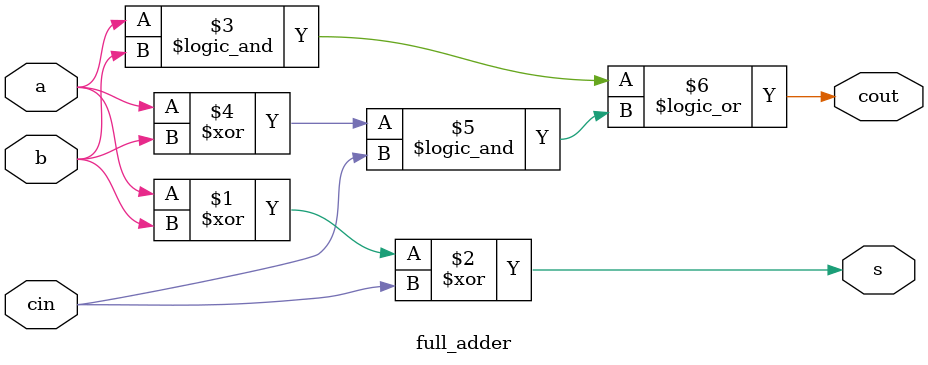
<source format=v>
`timescale 1ns / 1ps


module full_adder(
    input a,b,cin,
    output cout,s
    );
//    LUT6_2 #( .INIT(64'he8e8e8e896969696))
//    lut (
//        .O6(cout),.O5(s),.I5(1),.I4(0),.I3(0),.I2(a),.I1(b),.I0(cin));
        
   assign   s    = a^b^cin; 
   assign   cout = a&&b || (a^b)&&cin; 
endmodule

</source>
